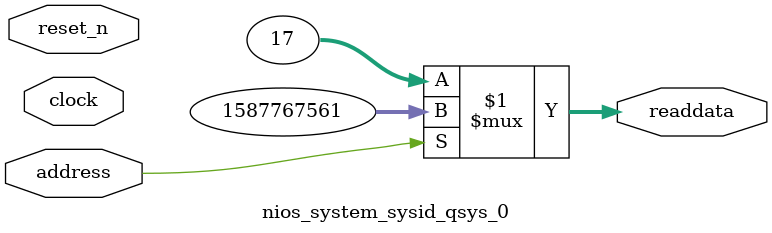
<source format=v>



// synthesis translate_off
`timescale 1ns / 1ps
// synthesis translate_on

// turn off superfluous verilog processor warnings 
// altera message_level Level1 
// altera message_off 10034 10035 10036 10037 10230 10240 10030 

module nios_system_sysid_qsys_0 (
               // inputs:
                address,
                clock,
                reset_n,

               // outputs:
                readdata
             )
;

  output  [ 31: 0] readdata;
  input            address;
  input            clock;
  input            reset_n;

  wire    [ 31: 0] readdata;
  //control_slave, which is an e_avalon_slave
  assign readdata = address ? 1587767561 : 17;

endmodule



</source>
